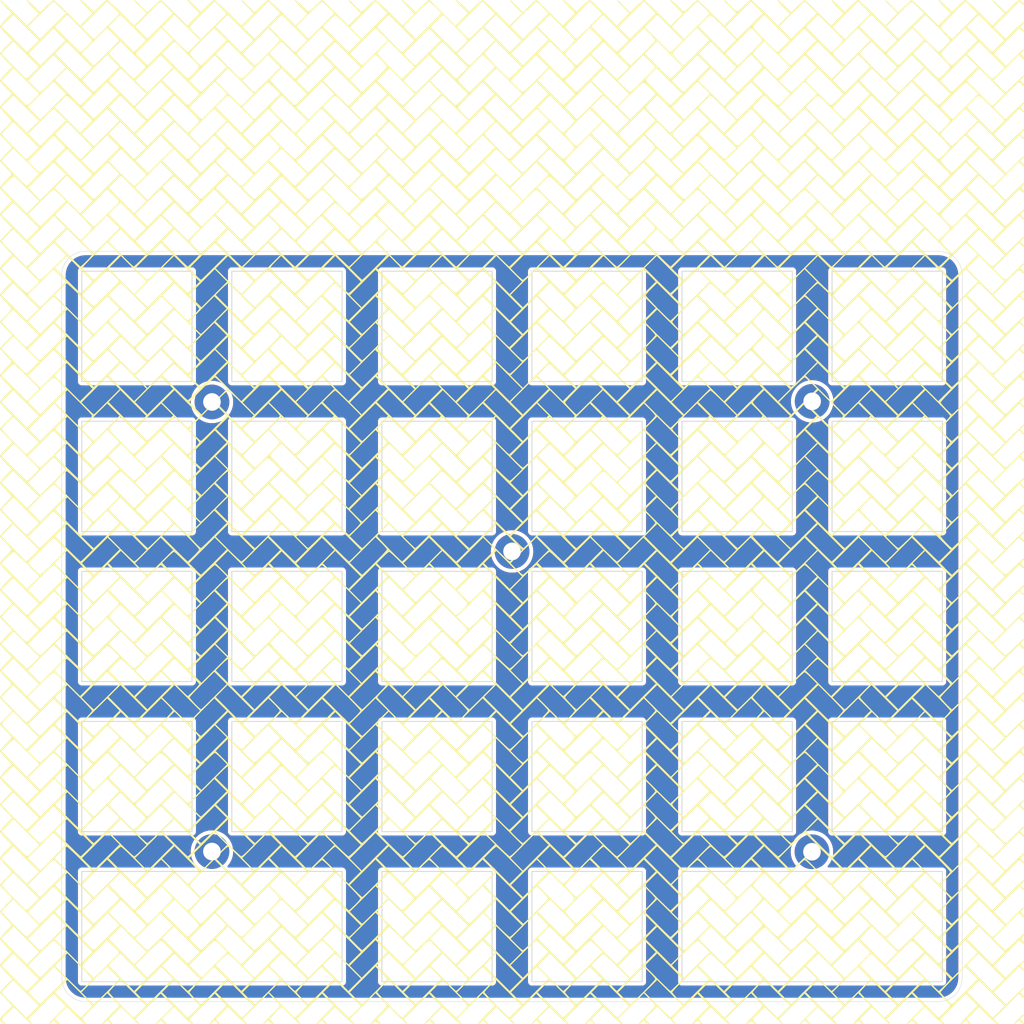
<source format=kicad_pcb>
(kicad_pcb (version 20241229) (generator "pcbnew") (generator_version "9.0")
  (layers (0 "F.Cu" signal) (2 "B.Cu" signal) (13 "F.Paste" user) (15 "B.Paste" user) (5 "F.SilkS" user "F.Silkscreen") (7 "B.SilkS" user "B.Silkscreen") (1 "F.Mask" user) (3 "B.Mask" user) (25 "Edge.Cuts" user))
  (net 0 "")
  (footprint "herringbone:Cutout_MX_1.00u" (layer "F.Cu") (at 133.35 76.2)
    (property "Reference" "S3_0" (hide yes))
    (property "Value" "Keyswitch" (hide yes))
    (fp_line (start -7 -7) (end -7 7) (stroke (width 0.1)) (layer "Edge.Cuts"))
    (fp_line (start -7 7) (end 7 7) (stroke (width 0.1)) (layer "Edge.Cuts"))
    (fp_line (start 7 -7) (end -7 -7) (stroke (width 0.1)) (layer "Edge.Cuts"))
    (fp_line (start 7 7) (end 7 -7) (stroke (width 0.1)) (layer "Edge.Cuts"))
  )
  (footprint "MountingHole:MountingHole_2.2mm_M2_Pad" (layer "F.Cu") (at 85.725 142.875)
    (property "Reference" "H6" (hide yes))
    (property "Value" "M2" (hide yes))
    (pad "1" thru_hole circle (at 0 0) (size 4.4 4.4) (drill 2.2) (layers "*.Cu" "*.Mask"))
  )
  (footprint "MountingHole:MountingHole_2.2mm_M2_Pad" (layer "F.Cu") (at 161.925 85.725)
    (property "Reference" "H8" (hide yes))
    (property "Value" "M2" (hide yes))
    (pad "1" thru_hole circle (at 0 0) (size 4.4 4.4) (drill 2.2) (layers "*.Cu" "*.Mask"))
  )
  (footprint "MountingHole:MountingHole_2.2mm_M2_Pad" (layer "F.Cu") (at 161.9 142.9)
    (property "Reference" "H7" (hide yes))
    (property "Value" "M2" (hide yes))
    (pad "1" thru_hole circle (at 0 0) (size 4.4 4.4) (drill 2.2) (layers "*.Cu" "*.Mask"))
  )
  (footprint "herringbone:Cutout_MX_1.00u" (layer "F.Cu") (at 95.25 95.25)
    (property "Reference" "S1_1" (hide yes))
    (property "Value" "Keyswitch" (hide yes))
    (fp_line (start -7 -7) (end -7 7) (stroke (width 0.1)) (layer "Edge.Cuts"))
    (fp_line (start -7 7) (end 7 7) (stroke (width 0.1)) (layer "Edge.Cuts"))
    (fp_line (start 7 -7) (end -7 -7) (stroke (width 0.1)) (layer "Edge.Cuts"))
    (fp_line (start 7 7) (end 7 -7) (stroke (width 0.1)) (layer "Edge.Cuts"))
  )
  (footprint "herringbone:Cutout_MX_1.00u" (layer "F.Cu") (at 152.4 95.25)
    (property "Reference" "S4_1" (hide yes))
    (property "Value" "Keyswitch" (hide yes))
    (fp_line (start -7 -7) (end -7 7) (stroke (width 0.1)) (layer "Edge.Cuts"))
    (fp_line (start -7 7) (end 7 7) (stroke (width 0.1)) (layer "Edge.Cuts"))
    (fp_line (start 7 -7) (end -7 -7) (stroke (width 0.1)) (layer "Edge.Cuts"))
    (fp_line (start 7 7) (end 7 -7) (stroke (width 0.1)) (layer "Edge.Cuts"))
  )
  (footprint "herringbone:Cutout_MX_1.00u" (layer "F.Cu") (at 95.25 114.3)
    (property "Reference" "S1_2" (hide yes))
    (property "Value" "Keyswitch" (hide yes))
    (fp_line (start -7 -7) (end -7 7) (stroke (width 0.1)) (layer "Edge.Cuts"))
    (fp_line (start -7 7) (end 7 7) (stroke (width 0.1)) (layer "Edge.Cuts"))
    (fp_line (start 7 -7) (end -7 -7) (stroke (width 0.1)) (layer "Edge.Cuts"))
    (fp_line (start 7 7) (end 7 -7) (stroke (width 0.1)) (layer "Edge.Cuts"))
  )
  (footprint "herringbone:Cutout_MX_1.00u" (layer "F.Cu") (at 152.4 76.2)
    (property "Reference" "S4_0" (hide yes))
    (property "Value" "Keyswitch" (hide yes))
    (fp_line (start -7 -7) (end -7 7) (stroke (width 0.1)) (layer "Edge.Cuts"))
    (fp_line (start -7 7) (end 7 7) (stroke (width 0.1)) (layer "Edge.Cuts"))
    (fp_line (start 7 -7) (end -7 -7) (stroke (width 0.1)) (layer "Edge.Cuts"))
    (fp_line (start 7 7) (end 7 -7) (stroke (width 0.1)) (layer "Edge.Cuts"))
  )
  (footprint "herringbone:Cutout_MX_1.00u" (layer "F.Cu") (at 133.35 95.25)
    (property "Reference" "S3_1" (hide yes))
    (property "Value" "Keyswitch" (hide yes))
    (fp_line (start -7 -7) (end -7 7) (stroke (width 0.1)) (layer "Edge.Cuts"))
    (fp_line (start -7 7) (end 7 7) (stroke (width 0.1)) (layer "Edge.Cuts"))
    (fp_line (start 7 -7) (end -7 -7) (stroke (width 0.1)) (layer "Edge.Cuts"))
    (fp_line (start 7 7) (end 7 -7) (stroke (width 0.1)) (layer "Edge.Cuts"))
  )
  (footprint "herringbone:Cutout_MX_1.00u" (layer "F.Cu") (at 95.25 76.2)
    (property "Reference" "S1_0" (hide yes))
    (property "Value" "Keyswitch" (hide yes))
    (fp_line (start -7 -7) (end -7 7) (stroke (width 0.1)) (layer "Edge.Cuts"))
    (fp_line (start -7 7) (end 7 7) (stroke (width 0.1)) (layer "Edge.Cuts"))
    (fp_line (start 7 -7) (end -7 -7) (stroke (width 0.1)) (layer "Edge.Cuts"))
    (fp_line (start 7 7) (end 7 -7) (stroke (width 0.1)) (layer "Edge.Cuts"))
  )
  (footprint "herringbone:Cutout_MX_1.00u" (layer "F.Cu") (at 171.45 95.25)
    (property "Reference" "S5_1" (hide yes))
    (property "Value" "Keyswitch" (hide yes))
    (fp_line (start -7 -7) (end -7 7) (stroke (width 0.1)) (layer "Edge.Cuts"))
    (fp_line (start -7 7) (end 7 7) (stroke (width 0.1)) (layer "Edge.Cuts"))
    (fp_line (start 7 -7) (end -7 -7) (stroke (width 0.1)) (layer "Edge.Cuts"))
    (fp_line (start 7 7) (end 7 -7) (stroke (width 0.1)) (layer "Edge.Cuts"))
  )
  (footprint "herringbone:Cutout_MX_1.00u" (layer "F.Cu") (at 95.25 133.35)
    (property "Reference" "S1_3" (hide yes))
    (property "Value" "Keyswitch" (hide yes))
    (fp_line (start -7 -7) (end -7 7) (stroke (width 0.1)) (layer "Edge.Cuts"))
    (fp_line (start -7 7) (end 7 7) (stroke (width 0.1)) (layer "Edge.Cuts"))
    (fp_line (start 7 -7) (end -7 -7) (stroke (width 0.1)) (layer "Edge.Cuts"))
    (fp_line (start 7 7) (end 7 -7) (stroke (width 0.1)) (layer "Edge.Cuts"))
  )
  (footprint "herringbone:Cutout_MX_1.00u" (layer "F.Cu") (at 152.4 114.3)
    (property "Reference" "S4_2" (hide yes))
    (property "Value" "Keyswitch" (hide yes))
    (fp_line (start -7 -7) (end -7 7) (stroke (width 0.1)) (layer "Edge.Cuts"))
    (fp_line (start -7 7) (end 7 7) (stroke (width 0.1)) (layer "Edge.Cuts"))
    (fp_line (start 7 -7) (end -7 -7) (stroke (width 0.1)) (layer "Edge.Cuts"))
    (fp_line (start 7 7) (end 7 -7) (stroke (width 0.1)) (layer "Edge.Cuts"))
  )
  (footprint "herringbone:Cutout_MX_1.00u" (layer "F.Cu") (at 76.2 133.35)
    (property "Reference" "S0_3" (hide yes))
    (property "Value" "Keyswitch" (hide yes))
    (fp_line (start -7 -7) (end -7 7) (stroke (width 0.1)) (layer "Edge.Cuts"))
    (fp_line (start -7 7) (end 7 7) (stroke (width 0.1)) (layer "Edge.Cuts"))
    (fp_line (start 7 -7) (end -7 -7) (stroke (width 0.1)) (layer "Edge.Cuts"))
    (fp_line (start 7 7) (end 7 -7) (stroke (width 0.1)) (layer "Edge.Cuts"))
  )
  (footprint "herringbone:Cutout_MX_1.00u" (layer "F.Cu") (at 114.3 133.35)
    (property "Reference" "S2_3" (hide yes))
    (property "Value" "Keyswitch" (hide yes))
    (fp_line (start -7 -7) (end -7 7) (stroke (width 0.1)) (layer "Edge.Cuts"))
    (fp_line (start -7 7) (end 7 7) (stroke (width 0.1)) (layer "Edge.Cuts"))
    (fp_line (start 7 -7) (end -7 -7) (stroke (width 0.1)) (layer "Edge.Cuts"))
    (fp_line (start 7 7) (end 7 -7) (stroke (width 0.1)) (layer "Edge.Cuts"))
  )
  (footprint "herringbone:Cutout_MX_1.00u" (layer "F.Cu") (at 114.3 114.3)
    (property "Reference" "S2_2" (hide yes))
    (property "Value" "Keyswitch" (hide yes))
    (fp_line (start -7 -7) (end -7 7) (stroke (width 0.1)) (layer "Edge.Cuts"))
    (fp_line (start -7 7) (end 7 7) (stroke (width 0.1)) (layer "Edge.Cuts"))
    (fp_line (start 7 -7) (end -7 -7) (stroke (width 0.1)) (layer "Edge.Cuts"))
    (fp_line (start 7 7) (end 7 -7) (stroke (width 0.1)) (layer "Edge.Cuts"))
  )
  (footprint "herringbone:Cutout_MX_1.00u" (layer "F.Cu") (at 171.45 114.3)
    (property "Reference" "S5_2" (hide yes))
    (property "Value" "Keyswitch" (hide yes))
    (fp_line (start -7 -7) (end -7 7) (stroke (width 0.1)) (layer "Edge.Cuts"))
    (fp_line (start -7 7) (end 7 7) (stroke (width 0.1)) (layer "Edge.Cuts"))
    (fp_line (start 7 -7) (end -7 -7) (stroke (width 0.1)) (layer "Edge.Cuts"))
    (fp_line (start 7 7) (end 7 -7) (stroke (width 0.1)) (layer "Edge.Cuts"))
  )
  (footprint "herringbone:Cutout_MX_1.00u" (layer "F.Cu") (at 133.35 152.4)
    (property "Reference" "S3_4" (hide yes))
    (property "Value" "Keyswitch" (hide yes))
    (fp_line (start -7 -7) (end -7 7) (stroke (width 0.1)) (layer "Edge.Cuts"))
    (fp_line (start -7 7) (end 7 7) (stroke (width 0.1)) (layer "Edge.Cuts"))
    (fp_line (start 7 -7) (end -7 -7) (stroke (width 0.1)) (layer "Edge.Cuts"))
    (fp_line (start 7 7) (end 7 -7) (stroke (width 0.1)) (layer "Edge.Cuts"))
  )
  (footprint "MountingHole:MountingHole_2.2mm_M2_Pad" (layer "F.Cu") (at 123.825 104.775)
    (property "Reference" "H5" (hide yes))
    (property "Value" "M2" (hide yes))
    (pad "1" thru_hole circle (at 0 0) (size 4.4 4.4) (drill 2.2) (layers "*.Cu" "*.Mask"))
  )
  (footprint "herringbone:Cutout_MX_1.00u" (layer "F.Cu") (at 152.4 133.35)
    (property "Reference" "S4_3" (hide yes))
    (property "Value" "Keyswitch" (hide yes))
    (fp_line (start -7 -7) (end -7 7) (stroke (width 0.1)) (layer "Edge.Cuts"))
    (fp_line (start -7 7) (end 7 7) (stroke (width 0.1)) (layer "Edge.Cuts"))
    (fp_line (start 7 -7) (end -7 -7) (stroke (width 0.1)) (layer "Edge.Cuts"))
    (fp_line (start 7 7) (end 7 -7) (stroke (width 0.1)) (layer "Edge.Cuts"))
  )
  (footprint "herringbone:Cutout_MX_1.00u" (layer "F.Cu") (at 114.3 76.2)
    (property "Reference" "S2_0" (hide yes))
    (property "Value" "Keyswitch" (hide yes))
    (fp_line (start -7 -7) (end -7 7) (stroke (width 0.1)) (layer "Edge.Cuts"))
    (fp_line (start -7 7) (end 7 7) (stroke (width 0.1)) (layer "Edge.Cuts"))
    (fp_line (start 7 -7) (end -7 -7) (stroke (width 0.1)) (layer "Edge.Cuts"))
    (fp_line (start 7 7) (end 7 -7) (stroke (width 0.1)) (layer "Edge.Cuts"))
  )
  (footprint "MountingHole:MountingHole_2.2mm_M2_Pad" (layer "F.Cu") (at 85.73 85.8)
    (property "Reference" "H9" (hide yes))
    (property "Value" "M2" (hide yes))
    (pad "1" thru_hole circle (at 0 0) (size 4.4 4.4) (drill 2.2) (layers "*.Cu" "*.Mask"))
  )
  (footprint "herringbone:Cutout_MX_1.00u" (layer "F.Cu") (at 76.2 76.2)
    (property "Reference" "S0_0" (hide yes))
    (property "Value" "Keyswitch" (hide yes))
    (fp_line (start -7 -7) (end -7 7) (stroke (width 0.1)) (layer "Edge.Cuts"))
    (fp_line (start -7 7) (end 7 7) (stroke (width 0.1)) (layer "Edge.Cuts"))
    (fp_line (start 7 -7) (end -7 -7) (stroke (width 0.1)) (layer "Edge.Cuts"))
    (fp_line (start 7 7) (end 7 -7) (stroke (width 0.1)) (layer "Edge.Cuts"))
  )
  (footprint "herringbone:Cutout_MX_1.00u" (layer "F.Cu") (at 133.35 133.35)
    (property "Reference" "S3_3" (hide yes))
    (property "Value" "Keyswitch" (hide yes))
    (fp_line (start -7 -7) (end -7 7) (stroke (width 0.1)) (layer "Edge.Cuts"))
    (fp_line (start -7 7) (end 7 7) (stroke (width 0.1)) (layer "Edge.Cuts"))
    (fp_line (start 7 -7) (end -7 -7) (stroke (width 0.1)) (layer "Edge.Cuts"))
    (fp_line (start 7 7) (end 7 -7) (stroke (width 0.1)) (layer "Edge.Cuts"))
  )
  (footprint "herringbone:Cutout_MX_1.00u" (layer "F.Cu") (at 114.3 152.4)
    (property "Reference" "S2_4" (hide yes))
    (property "Value" "Keyswitch" (hide yes))
    (fp_line (start -7 -7) (end -7 7) (stroke (width 0.1)) (layer "Edge.Cuts"))
    (fp_line (start -7 7) (end 7 7) (stroke (width 0.1)) (layer "Edge.Cuts"))
    (fp_line (start 7 -7) (end -7 -7) (stroke (width 0.1)) (layer "Edge.Cuts"))
    (fp_line (start 7 7) (end 7 -7) (stroke (width 0.1)) (layer "Edge.Cuts"))
  )
  (footprint "herringbone:Cutout_MX_1.00u" (layer "F.Cu") (at 76.2 95.25)
    (property "Reference" "S0_1" (hide yes))
    (property "Value" "Keyswitch" (hide yes))
    (fp_line (start -7 -7) (end -7 7) (stroke (width 0.1)) (layer "Edge.Cuts"))
    (fp_line (start -7 7) (end 7 7) (stroke (width 0.1)) (layer "Edge.Cuts"))
    (fp_line (start 7 -7) (end -7 -7) (stroke (width 0.1)) (layer "Edge.Cuts"))
    (fp_line (start 7 7) (end 7 -7) (stroke (width 0.1)) (layer "Edge.Cuts"))
  )
  (footprint "herringbone:Cutout_MX_1.00u" (layer "F.Cu") (at 114.3 95.25)
    (property "Reference" "S2_1" (hide yes))
    (property "Value" "Keyswitch" (hide yes))
    (fp_line (start -7 -7) (end -7 7) (stroke (width 0.1)) (layer "Edge.Cuts"))
    (fp_line (start -7 7) (end 7 7) (stroke (width 0.1)) (layer "Edge.Cuts"))
    (fp_line (start 7 -7) (end -7 -7) (stroke (width 0.1)) (layer "Edge.Cuts"))
    (fp_line (start 7 7) (end 7 -7) (stroke (width 0.1)) (layer "Edge.Cuts"))
  )
  (footprint "herringbone:Cutout_MX_1.00u" (layer "F.Cu") (at 133.35 114.3)
    (property "Reference" "S3_2" (hide yes))
    (property "Value" "Keyswitch" (hide yes))
    (fp_line (start -7 -7) (end -7 7) (stroke (width 0.1)) (layer "Edge.Cuts"))
    (fp_line (start -7 7) (end 7 7) (stroke (width 0.1)) (layer "Edge.Cuts"))
    (fp_line (start 7 -7) (end -7 -7) (stroke (width 0.1)) (layer "Edge.Cuts"))
    (fp_line (start 7 7) (end 7 -7) (stroke (width 0.1)) (layer "Edge.Cuts"))
  )
  (footprint "herringbone:Cutout_MX_1.00u" (layer "F.Cu") (at 171.45 76.2)
    (property "Reference" "S5_0" (hide yes))
    (property "Value" "Keyswitch" (hide yes))
    (fp_line (start -7 -7) (end -7 7) (stroke (width 0.1)) (layer "Edge.Cuts"))
    (fp_line (start -7 7) (end 7 7) (stroke (width 0.1)) (layer "Edge.Cuts"))
    (fp_line (start 7 -7) (end -7 -7) (stroke (width 0.1)) (layer "Edge.Cuts"))
    (fp_line (start 7 7) (end 7 -7) (stroke (width 0.1)) (layer "Edge.Cuts"))
  )
  (footprint "herringbone:Cutout_MX_1.00u" (layer "F.Cu") (at 76.2 114.3)
    (property "Reference" "S0_2" (hide yes))
    (property "Value" "Keyswitch" (hide yes))
    (fp_line (start -7 -7) (end -7 7) (stroke (width 0.1)) (layer "Edge.Cuts"))
    (fp_line (start -7 7) (end 7 7) (stroke (width 0.1)) (layer "Edge.Cuts"))
    (fp_line (start 7 -7) (end -7 -7) (stroke (width 0.1)) (layer "Edge.Cuts"))
    (fp_line (start 7 7) (end 7 -7) (stroke (width 0.1)) (layer "Edge.Cuts"))
  )
  (footprint "herringbone:herringbone_pattern" (layer "F.Cu") (at 123.825 99.775)
    (property "Reference" "G***" (hide yes))
    (property "Value" "LOGO" (hide yes))
  )
  (footprint "herringbone:Cutout_MX_1.00u" (layer "F.Cu") (at 171.45 133.35)
    (property "Reference" "S5_3" (hide yes))
    (property "Value" "Keyswitch" (hide yes))
    (fp_line (start -7 -7) (end -7 7) (stroke (width 0.1)) (layer "Edge.Cuts"))
    (fp_line (start -7 7) (end 7 7) (stroke (width 0.1)) (layer "Edge.Cuts"))
    (fp_line (start 7 -7) (end -7 -7) (stroke (width 0.1)) (layer "Edge.Cuts"))
    (fp_line (start 7 7) (end 7 -7) (stroke (width 0.1)) (layer "Edge.Cuts"))
  )
  (gr_arc (start 180.97 158.92) (mid 180.09132 161.04132) (end 177.97 161.92) (stroke (width 0.05)) (layer "Edge.Cuts"))
  (gr_rect (start 69.2 145.4) (end 102.25 159.4) (stroke (width 0.1)) (fill no) (layer "Edge.Cuts"))
  (gr_line (start 66.67 158.92) (end 66.67 69.68) (stroke (width 0.05)) (layer "Edge.Cuts"))
  (gr_circle (center 161.9 142.9) (end 163 142.9) (stroke (width 0.05)) (fill no) (layer "Edge.Cuts"))
  (gr_circle (center 123.825 104.775) (end 124.925 104.775) (stroke (width 0.05)) (fill no) (layer "Edge.Cuts"))
  (gr_rect (start 145.4 145.4) (end 178.45 159.4) (stroke (width 0.1)) (fill no) (layer "Edge.Cuts"))
  (gr_line (start 69.67 66.68) (end 177.97 66.68) (stroke (width 0.05)) (layer "Edge.Cuts"))
  (gr_arc (start 177.97 66.68) (mid 180.09132 67.55868) (end 180.97 69.68) (stroke (width 0.05)) (layer "Edge.Cuts"))
  (gr_circle (center 85.725 142.875) (end 86.825 142.875) (stroke (width 0.05)) (fill no) (layer "Edge.Cuts"))
  (gr_arc (start 69.67 161.92) (mid 67.54868 161.04132) (end 66.67 158.92) (stroke (width 0.05)) (layer "Edge.Cuts"))
  (gr_line (start 177.97 161.92) (end 69.67 161.92) (stroke (width 0.05)) (layer "Edge.Cuts"))
  (gr_circle (center 85.73 85.8) (end 86.83 85.8) (stroke (width 0.05)) (fill no) (layer "Edge.Cuts"))
  (gr_circle (center 161.925 85.725) (end 163.025 85.725) (stroke (width 0.05)) (fill no) (layer "Edge.Cuts"))
  (gr_line (start 180.97 69.68) (end 180.97 158.92) (stroke (width 0.05)) (layer "Edge.Cuts"))
  (gr_arc (start 66.67 69.68) (mid 67.54868 67.55868) (end 69.67 66.68) (stroke (width 0.05)) (layer "Edge.Cuts"))
  (zone (net 0) (net_name "") (layers "F.Cu" "B.Cu") (connect_pads (clearance 0.5)) (min_thickness 0.25) (fill yes (thermal_gap 0.5) (thermal_bridge_width 0.5) (island_removal_mode 1) (island_area_min 10))
    (polygon (pts (xy 182.23 161.02) (xy 181.9 68.79) (xy 179.26 65.82) (xy 65.854538 66.110845) (xy 65.92 162.75) (xy 180.35 163)))
  )
)
</source>
